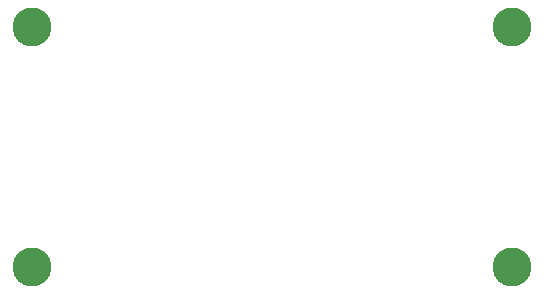
<source format=gbl>
G04 (created by PCBNEW-RS274X (2011-07-19)-testing) date Fri 10 Feb 2012 01:24:02 PM PST*
G01*
G70*
G90*
%MOIN*%
G04 Gerber Fmt 3.4, Leading zero omitted, Abs format*
%FSLAX34Y34*%
G04 APERTURE LIST*
%ADD10C,0.006000*%
%ADD11C,0.130000*%
G04 APERTURE END LIST*
G54D10*
G54D11*
X31000Y-21000D03*
X31000Y-29000D03*
X47000Y-29000D03*
X47000Y-21000D03*
M02*

</source>
